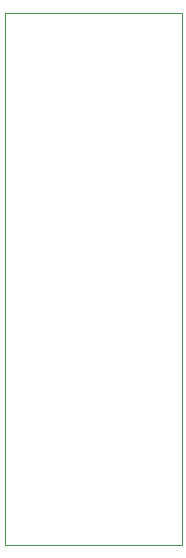
<source format=gm1>
G04 #@! TF.GenerationSoftware,KiCad,Pcbnew,7.0.1*
G04 #@! TF.CreationDate,2023-11-08T22:06:18+01:00*
G04 #@! TF.ProjectId,sd_ide_connector,73645f69-6465-45f6-936f-6e6e6563746f,rev?*
G04 #@! TF.SameCoordinates,Original*
G04 #@! TF.FileFunction,Profile,NP*
%FSLAX46Y46*%
G04 Gerber Fmt 4.6, Leading zero omitted, Abs format (unit mm)*
G04 Created by KiCad (PCBNEW 7.0.1) date 2023-11-08 22:06:18*
%MOMM*%
%LPD*%
G01*
G04 APERTURE LIST*
G04 #@! TA.AperFunction,Profile*
%ADD10C,0.020000*%
G04 #@! TD*
G04 APERTURE END LIST*
D10*
X35000000Y-20000000D02*
X35000000Y-65000000D01*
X20000000Y-20000000D02*
X35000000Y-20000000D01*
X35000000Y-65000000D02*
X20000000Y-65000000D01*
X20000000Y-20000000D02*
X20000000Y-65000000D01*
M02*

</source>
